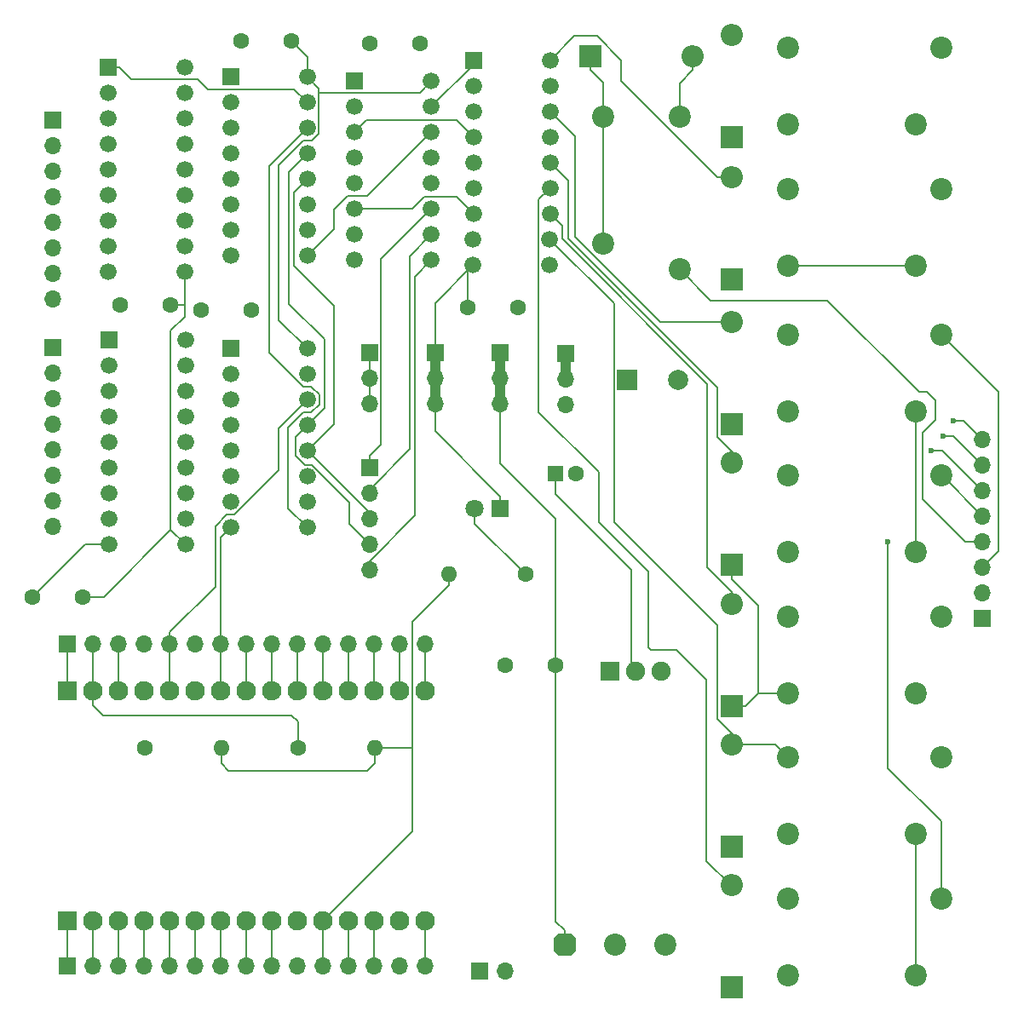
<source format=gbr>
%TF.GenerationSoftware,KiCad,Pcbnew,8.0.3*%
%TF.CreationDate,2024-07-07T19:39:02+08:00*%
%TF.ProjectId,V2.2 Mechanical Seven Segment Controller,56322e32-204d-4656-9368-616e6963616c,4*%
%TF.SameCoordinates,Original*%
%TF.FileFunction,Copper,L2,Bot*%
%TF.FilePolarity,Positive*%
%FSLAX46Y46*%
G04 Gerber Fmt 4.6, Leading zero omitted, Abs format (unit mm)*
G04 Created by KiCad (PCBNEW 8.0.3) date 2024-07-07 19:39:02*
%MOMM*%
%LPD*%
G01*
G04 APERTURE LIST*
G04 Aperture macros list*
%AMOutline5P*
0 Free polygon, 5 corners , with rotation*
0 The origin of the aperture is its center*
0 number of corners: always 5*
0 $1 to $10 corner X, Y*
0 $11 Rotation angle, in degrees counterclockwise*
0 create outline with 5 corners*
4,1,5,$1,$2,$3,$4,$5,$6,$7,$8,$9,$10,$1,$2,$11*%
%AMOutline6P*
0 Free polygon, 6 corners , with rotation*
0 The origin of the aperture is its center*
0 number of corners: always 6*
0 $1 to $12 corner X, Y*
0 $13 Rotation angle, in degrees counterclockwise*
0 create outline with 6 corners*
4,1,6,$1,$2,$3,$4,$5,$6,$7,$8,$9,$10,$11,$12,$1,$2,$13*%
%AMOutline7P*
0 Free polygon, 7 corners , with rotation*
0 The origin of the aperture is its center*
0 number of corners: always 7*
0 $1 to $14 corner X, Y*
0 $15 Rotation angle, in degrees counterclockwise*
0 create outline with 7 corners*
4,1,7,$1,$2,$3,$4,$5,$6,$7,$8,$9,$10,$11,$12,$13,$14,$1,$2,$15*%
%AMOutline8P*
0 Free polygon, 8 corners , with rotation*
0 The origin of the aperture is its center*
0 number of corners: always 8*
0 $1 to $16 corner X, Y*
0 $17 Rotation angle, in degrees counterclockwise*
0 create outline with 8 corners*
4,1,8,$1,$2,$3,$4,$5,$6,$7,$8,$9,$10,$11,$12,$13,$14,$15,$16,$1,$2,$17*%
G04 Aperture macros list end*
%TA.AperFunction,ComponentPad*%
%ADD10C,1.600000*%
%TD*%
%TA.AperFunction,ComponentPad*%
%ADD11O,1.600000X1.600000*%
%TD*%
%TA.AperFunction,ComponentPad*%
%ADD12R,1.676400X1.676400*%
%TD*%
%TA.AperFunction,ComponentPad*%
%ADD13C,1.676400*%
%TD*%
%TA.AperFunction,ComponentPad*%
%ADD14C,2.200000*%
%TD*%
%TA.AperFunction,ComponentPad*%
%ADD15Outline8P,-1.100000X0.660000X-0.660000X1.100000X0.660000X1.100000X1.100000X0.660000X1.100000X-0.660000X0.660000X-1.100000X-0.660000X-1.100000X-1.100000X-0.660000X0.000000*%
%TD*%
%TA.AperFunction,ComponentPad*%
%ADD16R,2.200000X2.200000*%
%TD*%
%TA.AperFunction,ComponentPad*%
%ADD17O,2.200000X2.200000*%
%TD*%
%TA.AperFunction,ComponentPad*%
%ADD18R,1.700000X1.700000*%
%TD*%
%TA.AperFunction,ComponentPad*%
%ADD19O,1.700000X1.700000*%
%TD*%
%TA.AperFunction,ComponentPad*%
%ADD20R,1.910000X1.910000*%
%TD*%
%TA.AperFunction,ComponentPad*%
%ADD21C,1.910000*%
%TD*%
%TA.AperFunction,ComponentPad*%
%ADD22R,1.930000X1.930000*%
%TD*%
%TA.AperFunction,ComponentPad*%
%ADD23C,1.930000*%
%TD*%
%TA.AperFunction,ComponentPad*%
%ADD24R,1.600000X1.600000*%
%TD*%
%TA.AperFunction,ComponentPad*%
%ADD25R,1.800000X1.800000*%
%TD*%
%TA.AperFunction,ComponentPad*%
%ADD26C,1.800000*%
%TD*%
%TA.AperFunction,ComponentPad*%
%ADD27R,2.000000X2.000000*%
%TD*%
%TA.AperFunction,ComponentPad*%
%ADD28C,2.000000*%
%TD*%
%TA.AperFunction,ViaPad*%
%ADD29C,0.600000*%
%TD*%
%TA.AperFunction,Conductor*%
%ADD30C,0.200000*%
%TD*%
%TA.AperFunction,Conductor*%
%ADD31C,1.000000*%
%TD*%
G04 APERTURE END LIST*
D10*
%TO.P,R3,1*%
%TO.N,Net-(A1B-D1)*%
X89880000Y-113250000D03*
D11*
%TO.P,R3,2*%
%TO.N,+3.3V*%
X97500000Y-113250000D03*
%TD*%
D12*
%TO.P,U6,1,QB*%
%TO.N,Net-(U5-I2)*%
X95500000Y-47000000D03*
D13*
%TO.P,U6,2,QC*%
%TO.N,Net-(U5-I3)*%
X95500000Y-49540000D03*
%TO.P,U6,3,QD*%
%TO.N,Net-(U5-I4)*%
X95500000Y-52080000D03*
%TO.P,U6,4,QE*%
%TO.N,Net-(U5-I5)*%
X95500000Y-54620000D03*
%TO.P,U6,5,QF*%
%TO.N,Net-(U5-I6)*%
X95500000Y-57160000D03*
%TO.P,U6,6,QG*%
%TO.N,Net-(U5-I7)*%
X95500000Y-59700000D03*
%TO.P,U6,7,QH*%
%TO.N,Net-(U5-I8)*%
X95500000Y-62240000D03*
%TO.P,U6,8,GND*%
%TO.N,GND*%
X95500000Y-64780000D03*
%TO.P,U6,9,QH'*%
%TO.N,Net-(J10-Pin_5)*%
X103120000Y-64780000D03*
%TO.P,U6,10,~{SRCLR}*%
%TO.N,Net-(A1B-D1)*%
X103120000Y-62240000D03*
%TO.P,U6,11,SRCLK*%
%TO.N,Net-(A1B-D0)*%
X103120000Y-59700000D03*
%TO.P,U6,12,RCLK*%
%TO.N,Net-(A1B-D2)*%
X103120000Y-57160000D03*
%TO.P,U6,13,~{OE}*%
%TO.N,Net-(A1B-D3)*%
X103120000Y-54620000D03*
%TO.P,U6,14,SER*%
%TO.N,Net-(U4-QH')*%
X103120000Y-52080000D03*
%TO.P,U6,15,QA*%
%TO.N,Net-(U5-I1)*%
X103120000Y-49540000D03*
%TO.P,U6,16,VCC*%
%TO.N,+3.3V*%
X103120000Y-47000000D03*
%TD*%
D10*
%TO.P,R2,1*%
%TO.N,Net-(A1B-D3)*%
X74690000Y-113250000D03*
D11*
%TO.P,R2,2*%
%TO.N,+3.3V*%
X82310000Y-113250000D03*
%TD*%
D14*
%TO.P,K4,1*%
%TO.N,E1*%
X153800000Y-86200000D03*
%TO.P,K4,2*%
%TO.N,VDC*%
X151260000Y-93820000D03*
%TO.P,K4,A1*%
%TO.N,Net-(D4-A)*%
X138600000Y-86200000D03*
%TO.P,K4,A2*%
%TO.N,VDC*%
X138600000Y-93820000D03*
%TD*%
D12*
%TO.P,U4,1,QB*%
%TO.N,Net-(U3-I2)*%
X83194400Y-46570600D03*
D13*
%TO.P,U4,2,QC*%
%TO.N,Net-(U3-I3)*%
X83194400Y-49110600D03*
%TO.P,U4,3,QD*%
%TO.N,Net-(U3-I4)*%
X83194400Y-51650600D03*
%TO.P,U4,4,QE*%
%TO.N,Net-(U3-I5)*%
X83194400Y-54190600D03*
%TO.P,U4,5,QF*%
%TO.N,Net-(U3-I6)*%
X83194400Y-56730600D03*
%TO.P,U4,6,QG*%
%TO.N,Net-(U3-I7)*%
X83194400Y-59270600D03*
%TO.P,U4,7,QH*%
%TO.N,Net-(U3-I8)*%
X83194400Y-61810600D03*
%TO.P,U4,8,GND*%
%TO.N,GND*%
X83194400Y-64350600D03*
%TO.P,U4,9,QH'*%
%TO.N,Net-(U4-QH')*%
X90814400Y-64350600D03*
%TO.P,U4,10,~{SRCLR}*%
%TO.N,Net-(A1B-D1)*%
X90814400Y-61810600D03*
%TO.P,U4,11,SRCLK*%
%TO.N,Net-(A1B-D0)*%
X90814400Y-59270600D03*
%TO.P,U4,12,RCLK*%
%TO.N,Net-(A1B-D2)*%
X90814400Y-56730600D03*
%TO.P,U4,13,~{OE}*%
%TO.N,Net-(A1B-D3)*%
X90814400Y-54190600D03*
%TO.P,U4,14,SER*%
%TO.N,Net-(U2-QH')*%
X90814400Y-51650600D03*
%TO.P,U4,15,QA*%
%TO.N,Net-(U3-I1)*%
X90814400Y-49110600D03*
%TO.P,U4,16,VCC*%
%TO.N,+3.3V*%
X90814400Y-46570600D03*
%TD*%
D10*
%TO.P,C6,1*%
%TO.N,GND*%
X72250000Y-69250000D03*
%TO.P,C6,2*%
%TO.N,VDC*%
X77250000Y-69250000D03*
%TD*%
D14*
%TO.P,J11,1,Pin_1*%
%TO.N,GND*%
X126400000Y-132800000D03*
%TO.P,J11,2,Pin_2*%
%TO.N,Net-(J11-Pin_2)*%
X121400000Y-132800000D03*
D15*
%TO.P,J11,3,Pin_3*%
%TO.N,+5V*%
X116400000Y-132800000D03*
%TD*%
D12*
%TO.P,U3,1,I1*%
%TO.N,Net-(U3-I1)*%
X71000000Y-45620000D03*
D13*
%TO.P,U3,2,I2*%
%TO.N,Net-(U3-I2)*%
X71000000Y-48160000D03*
%TO.P,U3,3,I3*%
%TO.N,Net-(U3-I3)*%
X71000000Y-50700000D03*
%TO.P,U3,4,I4*%
%TO.N,Net-(U3-I4)*%
X71000000Y-53240000D03*
%TO.P,U3,5,I5*%
%TO.N,Net-(U3-I5)*%
X71000000Y-55780000D03*
%TO.P,U3,6,I6*%
%TO.N,Net-(U3-I6)*%
X71000000Y-58320000D03*
%TO.P,U3,7,I7*%
%TO.N,Net-(U3-I7)*%
X71000000Y-60860000D03*
%TO.P,U3,8,I8*%
%TO.N,Net-(U3-I8)*%
X70991200Y-63401200D03*
%TO.P,U3,9,GND*%
%TO.N,GND*%
X70991200Y-65941200D03*
%TO.P,U3,10,COM*%
%TO.N,VDC*%
X78611200Y-65941200D03*
%TO.P,U3,11,O8*%
%TO.N,Net-(J7-Pin_8)*%
X78611200Y-63401200D03*
%TO.P,U3,12,O7*%
%TO.N,Net-(J7-Pin_7)*%
X78620000Y-60860000D03*
%TO.P,U3,13,O6*%
%TO.N,Net-(J7-Pin_6)*%
X78620000Y-58320000D03*
%TO.P,U3,14,O5*%
%TO.N,Net-(J7-Pin_5)*%
X78620000Y-55780000D03*
%TO.P,U3,15,O4*%
%TO.N,Net-(J7-Pin_4)*%
X78620000Y-53240000D03*
%TO.P,U3,16,O3*%
%TO.N,Net-(J7-Pin_3)*%
X78620000Y-50700000D03*
%TO.P,U3,17,O2*%
%TO.N,Net-(J7-Pin_2)*%
X78620000Y-48160000D03*
%TO.P,U3,18,O1*%
%TO.N,Net-(J7-Pin_1)*%
X78620000Y-45620000D03*
%TD*%
D16*
%TO.P,D3,1,K*%
%TO.N,VDC*%
X133000000Y-81080000D03*
D17*
%TO.P,D3,2,A*%
%TO.N,Net-(D3-A)*%
X133000000Y-70920000D03*
%TD*%
D18*
%TO.P,F1,1*%
%TO.N,VDC*%
X107925000Y-135400000D03*
D19*
%TO.P,F1,2*%
%TO.N,Net-(J11-Pin_2)*%
X110465000Y-135400000D03*
%TD*%
D14*
%TO.P,K2,1*%
%TO.N,A1*%
X153800000Y-57700000D03*
%TO.P,K2,2*%
%TO.N,VDC*%
X151260000Y-65320000D03*
%TO.P,K2,A1*%
%TO.N,Net-(D2-A)*%
X138600000Y-57700000D03*
%TO.P,K2,A2*%
%TO.N,VDC*%
X138600000Y-65320000D03*
%TD*%
D16*
%TO.P,D4,1,K*%
%TO.N,VDC*%
X133000000Y-95080000D03*
D17*
%TO.P,D4,2,A*%
%TO.N,Net-(D4-A)*%
X133000000Y-84920000D03*
%TD*%
D20*
%TO.P,U7,1,ADJ/GND*%
%TO.N,GND*%
X120900000Y-105605000D03*
D21*
%TO.P,U7,2,VOUT*%
%TO.N,+3.3V*%
X123450000Y-105605000D03*
%TO.P,U7,3,VIN*%
%TO.N,+5V*%
X126000000Y-105605000D03*
%TD*%
D22*
%TO.P,A1,J1_1,A0*%
%TO.N,Net-(A1A-A0)*%
X67000000Y-130430000D03*
D23*
%TO.P,A1,J1_2,RSV1*%
%TO.N,Net-(A1A-RSV1)*%
X69540000Y-130430000D03*
%TO.P,A1,J1_3,RSV2*%
%TO.N,Net-(A1A-RSV2)*%
X72080000Y-130430000D03*
%TO.P,A1,J1_4,SD3*%
%TO.N,Net-(A1A-SD3)*%
X74620000Y-130430000D03*
%TO.P,A1,J1_5,SD2*%
%TO.N,Net-(A1A-SD2)*%
X77160000Y-130430000D03*
%TO.P,A1,J1_6,SD1*%
%TO.N,Net-(A1A-SD1)*%
X79700000Y-130430000D03*
%TO.P,A1,J1_7,CMD*%
%TO.N,Net-(A1A-CMD)*%
X82240000Y-130430000D03*
%TO.P,A1,J1_8,SD0*%
%TO.N,Net-(A1A-SD0)*%
X84780000Y-130430000D03*
%TO.P,A1,J1_9,CLK*%
%TO.N,Net-(A1A-CLK)*%
X87320000Y-130430000D03*
%TO.P,A1,J1_10,GND*%
%TO.N,GND*%
X89860000Y-130430000D03*
%TO.P,A1,J1_11,3V3*%
%TO.N,+3.3V*%
X92400000Y-130430000D03*
%TO.P,A1,J1_12,EN*%
%TO.N,Net-(A1A-EN)*%
X94940000Y-130430000D03*
%TO.P,A1,J1_13,RST*%
%TO.N,Net-(A1A-RST)*%
X97480000Y-130430000D03*
%TO.P,A1,J1_14,GND*%
%TO.N,GND*%
X100020000Y-130430000D03*
%TO.P,A1,J1_15,VIN*%
%TO.N,Net-(A1A-VIN)*%
X102560000Y-130430000D03*
D22*
%TO.P,A1,J2_1,D0*%
%TO.N,Net-(A1B-D0)*%
X67000000Y-107570000D03*
D23*
%TO.P,A1,J2_2,D1*%
%TO.N,Net-(A1B-D1)*%
X69540000Y-107570000D03*
%TO.P,A1,J2_3,D2*%
%TO.N,Net-(A1B-D2)*%
X72080000Y-107570000D03*
%TO.P,A1,J2_4,D3*%
%TO.N,Net-(A1B-D3)*%
X74620000Y-107570000D03*
%TO.P,A1,J2_5,D4*%
%TO.N,Net-(A1B-D4)*%
X77160000Y-107570000D03*
%TO.P,A1,J2_6,3V3*%
%TO.N,Net-(J9-Pin_15)*%
X79700000Y-107570000D03*
%TO.P,A1,J2_7,GND*%
%TO.N,GND*%
X82240000Y-107570000D03*
%TO.P,A1,J2_8,D5*%
%TO.N,Net-(A1B-D5)*%
X84780000Y-107570000D03*
%TO.P,A1,J2_9,D6*%
%TO.N,Net-(A1B-D6)*%
X87320000Y-107570000D03*
%TO.P,A1,J2_10,D7*%
%TO.N,Net-(A1B-D7)*%
X89860000Y-107570000D03*
%TO.P,A1,J2_11,D8*%
%TO.N,Net-(A1B-D8)*%
X92400000Y-107570000D03*
%TO.P,A1,J2_12,D9*%
%TO.N,Net-(A1B-D9)*%
X94940000Y-107570000D03*
%TO.P,A1,J2_13,D10*%
%TO.N,Net-(A1B-D10)*%
X97480000Y-107570000D03*
%TO.P,A1,J2_14,GND*%
%TO.N,GND*%
X100020000Y-107570000D03*
%TO.P,A1,J2_15,3V3*%
%TO.N,Net-(J9-Pin_15)*%
X102560000Y-107570000D03*
%TD*%
D18*
%TO.P,J8,1,Pin_1*%
%TO.N,A1*%
X157900000Y-100360000D03*
D19*
%TO.P,J8,2,Pin_2*%
%TO.N,B1*%
X157900000Y-97820000D03*
%TO.P,J8,3,Pin_3*%
%TO.N,C1*%
X157900000Y-95280000D03*
%TO.P,J8,4,Pin_4*%
%TO.N,D1*%
X157900000Y-92740000D03*
%TO.P,J8,5,Pin_5*%
%TO.N,E1*%
X157900000Y-90200000D03*
%TO.P,J8,6,Pin_6*%
%TO.N,F1*%
X157900000Y-87660000D03*
%TO.P,J8,7,Pin_7*%
%TO.N,G1*%
X157900000Y-85120000D03*
%TO.P,J8,8,Pin_8*%
%TO.N,H1*%
X157900000Y-82580000D03*
%TD*%
D18*
%TO.P,J4,1,Pin_1*%
%TO.N,+3.3V*%
X97000000Y-74000000D03*
D19*
%TO.P,J4,2,Pin_2*%
X97000000Y-76540000D03*
%TO.P,J4,3,Pin_3*%
X97000000Y-79080000D03*
%TD*%
D24*
%TO.P,C3,1*%
%TO.N,+3.3V*%
X115500000Y-86000000D03*
D10*
%TO.P,C3,2*%
%TO.N,GND*%
X117500000Y-86000000D03*
%TD*%
D18*
%TO.P,J9,1,Pin_1*%
%TO.N,Net-(A1B-D0)*%
X67000000Y-102930000D03*
D19*
%TO.P,J9,2,Pin_2*%
%TO.N,Net-(A1B-D1)*%
X69540000Y-102930000D03*
%TO.P,J9,3,Pin_3*%
%TO.N,Net-(A1B-D2)*%
X72080000Y-102930000D03*
%TO.P,J9,4,Pin_4*%
%TO.N,Net-(A1B-D3)*%
X74620000Y-102930000D03*
%TO.P,J9,5,Pin_5*%
%TO.N,Net-(A1B-D4)*%
X77160000Y-102930000D03*
%TO.P,J9,6,Pin_6*%
%TO.N,Net-(J9-Pin_15)*%
X79700000Y-102930000D03*
%TO.P,J9,7,Pin_7*%
%TO.N,GND*%
X82240000Y-102930000D03*
%TO.P,J9,8,Pin_8*%
%TO.N,Net-(A1B-D5)*%
X84780000Y-102930000D03*
%TO.P,J9,9,Pin_9*%
%TO.N,Net-(A1B-D6)*%
X87320000Y-102930000D03*
%TO.P,J9,10,Pin_10*%
%TO.N,Net-(A1B-D7)*%
X89860000Y-102930000D03*
%TO.P,J9,11,Pin_11*%
%TO.N,Net-(A1B-D8)*%
X92400000Y-102930000D03*
%TO.P,J9,12,Pin_12*%
%TO.N,Net-(A1B-D9)*%
X94940000Y-102930000D03*
%TO.P,J9,13,Pin_13*%
%TO.N,Net-(A1B-D10)*%
X97480000Y-102930000D03*
%TO.P,J9,14,Pin_14*%
%TO.N,GND*%
X100020000Y-102930000D03*
%TO.P,J9,15,Pin_15*%
%TO.N,Net-(J9-Pin_15)*%
X102560000Y-102930000D03*
%TD*%
D12*
%TO.P,U1,1,I1*%
%TO.N,Net-(U1-I1)*%
X71100000Y-72720000D03*
D13*
%TO.P,U1,2,I2*%
%TO.N,Net-(U1-I2)*%
X71100000Y-75260000D03*
%TO.P,U1,3,I3*%
%TO.N,Net-(U1-I3)*%
X71100000Y-77800000D03*
%TO.P,U1,4,I4*%
%TO.N,Net-(U1-I4)*%
X71100000Y-80340000D03*
%TO.P,U1,5,I5*%
%TO.N,Net-(U1-I5)*%
X71100000Y-82880000D03*
%TO.P,U1,6,I6*%
%TO.N,Net-(U1-I6)*%
X71100000Y-85420000D03*
%TO.P,U1,7,I7*%
%TO.N,Net-(U1-I7)*%
X71100000Y-87960000D03*
%TO.P,U1,8,I8*%
%TO.N,Net-(U1-I8)*%
X71091200Y-90501200D03*
%TO.P,U1,9,GND*%
%TO.N,GND*%
X71091200Y-93041200D03*
%TO.P,U1,10,COM*%
%TO.N,VDC*%
X78711200Y-93041200D03*
%TO.P,U1,11,O8*%
%TO.N,Net-(J5-Pin_8)*%
X78711200Y-90501200D03*
%TO.P,U1,12,O7*%
%TO.N,Net-(J5-Pin_7)*%
X78720000Y-87960000D03*
%TO.P,U1,13,O6*%
%TO.N,Net-(J5-Pin_6)*%
X78720000Y-85420000D03*
%TO.P,U1,14,O5*%
%TO.N,Net-(J5-Pin_5)*%
X78720000Y-82880000D03*
%TO.P,U1,15,O4*%
%TO.N,Net-(J5-Pin_4)*%
X78720000Y-80340000D03*
%TO.P,U1,16,O3*%
%TO.N,Net-(J5-Pin_3)*%
X78720000Y-77800000D03*
%TO.P,U1,17,O2*%
%TO.N,Net-(J5-Pin_2)*%
X78720000Y-75260000D03*
%TO.P,U1,18,O1*%
%TO.N,Net-(J5-Pin_1)*%
X78720000Y-72720000D03*
%TD*%
D18*
%TO.P,J10,1,Pin_1*%
%TO.N,Net-(A1B-D0)*%
X97000000Y-85380000D03*
D19*
%TO.P,J10,2,Pin_2*%
%TO.N,Net-(A1B-D1)*%
X97000000Y-87920000D03*
%TO.P,J10,3,Pin_3*%
%TO.N,Net-(A1B-D2)*%
X97000000Y-90460000D03*
%TO.P,J10,4,Pin_4*%
%TO.N,Net-(A1B-D3)*%
X97000000Y-93000000D03*
%TO.P,J10,5,Pin_5*%
%TO.N,Net-(J10-Pin_5)*%
X97000000Y-95540000D03*
%TD*%
D16*
%TO.P,D1,1,K*%
%TO.N,VDC*%
X133000000Y-52580000D03*
D17*
%TO.P,D1,2,A*%
%TO.N,Net-(D1-A)*%
X133000000Y-42420000D03*
%TD*%
D10*
%TO.P,C7,1*%
%TO.N,GND*%
X106750000Y-69500000D03*
%TO.P,C7,2*%
%TO.N,VDC*%
X111750000Y-69500000D03*
%TD*%
D16*
%TO.P,D2,1,K*%
%TO.N,VDC*%
X133000000Y-66660000D03*
D17*
%TO.P,D2,2,A*%
%TO.N,Net-(D2-A)*%
X133000000Y-56500000D03*
%TD*%
D10*
%TO.P,C8,1*%
%TO.N,GND*%
X84250000Y-43000000D03*
%TO.P,C8,2*%
%TO.N,+3.3V*%
X89250000Y-43000000D03*
%TD*%
%TO.P,C9,1*%
%TO.N,GND*%
X97000000Y-43250000D03*
%TO.P,C9,2*%
%TO.N,+3.3V*%
X102000000Y-43250000D03*
%TD*%
D14*
%TO.P,K8,1*%
%TO.N,D1*%
X127800000Y-65700000D03*
%TO.P,K8,2*%
%TO.N,VDC*%
X120180000Y-63160000D03*
%TO.P,K8,A1*%
%TO.N,Net-(D8-A)*%
X127800000Y-50500000D03*
%TO.P,K8,A2*%
%TO.N,VDC*%
X120180000Y-50500000D03*
%TD*%
D10*
%TO.P,R1,1*%
%TO.N,Net-(D9-A)*%
X112500000Y-96000000D03*
D11*
%TO.P,R1,2*%
%TO.N,+3.3V*%
X104880000Y-96000000D03*
%TD*%
D14*
%TO.P,K5,1*%
%TO.N,G1*%
X153800000Y-100200000D03*
%TO.P,K5,2*%
%TO.N,VDC*%
X151260000Y-107820000D03*
%TO.P,K5,A1*%
%TO.N,Net-(D5-A)*%
X138600000Y-100200000D03*
%TO.P,K5,A2*%
%TO.N,VDC*%
X138600000Y-107820000D03*
%TD*%
D18*
%TO.P,J7,1,Pin_1*%
%TO.N,Net-(J7-Pin_1)*%
X65500000Y-50840000D03*
D19*
%TO.P,J7,2,Pin_2*%
%TO.N,Net-(J7-Pin_2)*%
X65500000Y-53380000D03*
%TO.P,J7,3,Pin_3*%
%TO.N,Net-(J7-Pin_3)*%
X65500000Y-55920000D03*
%TO.P,J7,4,Pin_4*%
%TO.N,Net-(J7-Pin_4)*%
X65500000Y-58460000D03*
%TO.P,J7,5,Pin_5*%
%TO.N,Net-(J7-Pin_5)*%
X65500000Y-61000000D03*
%TO.P,J7,6,Pin_6*%
%TO.N,Net-(J7-Pin_6)*%
X65500000Y-63540000D03*
%TO.P,J7,7,Pin_7*%
%TO.N,Net-(J7-Pin_7)*%
X65500000Y-66080000D03*
%TO.P,J7,8,Pin_8*%
%TO.N,Net-(J7-Pin_8)*%
X65500000Y-68620000D03*
%TD*%
D18*
%TO.P,J1,1,Pin_1*%
%TO.N,GND*%
X103500000Y-74000000D03*
D19*
%TO.P,J1,2,Pin_2*%
X103500000Y-76540000D03*
%TO.P,J1,3,Pin_3*%
X103500000Y-79080000D03*
%TD*%
D10*
%TO.P,C5,1*%
%TO.N,GND*%
X63500000Y-98250000D03*
%TO.P,C5,2*%
%TO.N,VDC*%
X68500000Y-98250000D03*
%TD*%
%TO.P,C4,1*%
%TO.N,+5V*%
X115500000Y-105000000D03*
%TO.P,C4,2*%
%TO.N,GND*%
X110500000Y-105000000D03*
%TD*%
D18*
%TO.P,J5,1,Pin_1*%
%TO.N,Net-(J5-Pin_1)*%
X65504400Y-73460600D03*
D19*
%TO.P,J5,2,Pin_2*%
%TO.N,Net-(J5-Pin_2)*%
X65504400Y-76000600D03*
%TO.P,J5,3,Pin_3*%
%TO.N,Net-(J5-Pin_3)*%
X65504400Y-78540600D03*
%TO.P,J5,4,Pin_4*%
%TO.N,Net-(J5-Pin_4)*%
X65504400Y-81080600D03*
%TO.P,J5,5,Pin_5*%
%TO.N,Net-(J5-Pin_5)*%
X65504400Y-83620600D03*
%TO.P,J5,6,Pin_6*%
%TO.N,Net-(J5-Pin_6)*%
X65504400Y-86160600D03*
%TO.P,J5,7,Pin_7*%
%TO.N,Net-(J5-Pin_7)*%
X65504400Y-88700600D03*
%TO.P,J5,8,Pin_8*%
%TO.N,Net-(J5-Pin_8)*%
X65504400Y-91240600D03*
%TD*%
D18*
%TO.P,J6,1,Pin_1*%
%TO.N,Net-(A1A-A0)*%
X66990000Y-134930000D03*
D19*
%TO.P,J6,2,Pin_2*%
%TO.N,Net-(A1A-RSV1)*%
X69530000Y-134930000D03*
%TO.P,J6,3,Pin_3*%
%TO.N,Net-(A1A-RSV2)*%
X72070000Y-134930000D03*
%TO.P,J6,4,Pin_4*%
%TO.N,Net-(A1A-SD3)*%
X74610000Y-134930000D03*
%TO.P,J6,5,Pin_5*%
%TO.N,Net-(A1A-SD2)*%
X77150000Y-134930000D03*
%TO.P,J6,6,Pin_6*%
%TO.N,Net-(A1A-SD1)*%
X79690000Y-134930000D03*
%TO.P,J6,7,Pin_7*%
%TO.N,Net-(A1A-CMD)*%
X82230000Y-134930000D03*
%TO.P,J6,8,Pin_8*%
%TO.N,Net-(A1A-SD0)*%
X84770000Y-134930000D03*
%TO.P,J6,9,Pin_9*%
%TO.N,Net-(A1A-CLK)*%
X87310000Y-134930000D03*
%TO.P,J6,10,Pin_10*%
%TO.N,GND*%
X89850000Y-134930000D03*
%TO.P,J6,11,Pin_11*%
%TO.N,+3.3V*%
X92390000Y-134930000D03*
%TO.P,J6,12,Pin_12*%
%TO.N,Net-(A1A-EN)*%
X94930000Y-134930000D03*
%TO.P,J6,13,Pin_13*%
%TO.N,Net-(A1A-RST)*%
X97470000Y-134930000D03*
%TO.P,J6,14,Pin_14*%
%TO.N,GND*%
X100010000Y-134930000D03*
%TO.P,J6,15,Pin_15*%
%TO.N,Net-(A1A-VIN)*%
X102550000Y-134930000D03*
%TD*%
D16*
%TO.P,D7,1,K*%
%TO.N,VDC*%
X133000000Y-137080000D03*
D17*
%TO.P,D7,2,A*%
%TO.N,Net-(D7-A)*%
X133000000Y-126920000D03*
%TD*%
D16*
%TO.P,D5,1,K*%
%TO.N,VDC*%
X133000000Y-109080000D03*
D17*
%TO.P,D5,2,A*%
%TO.N,Net-(D5-A)*%
X133000000Y-98920000D03*
%TD*%
D16*
%TO.P,D6,1,K*%
%TO.N,VDC*%
X133000000Y-123080000D03*
D17*
%TO.P,D6,2,A*%
%TO.N,Net-(D6-A)*%
X133000000Y-112920000D03*
%TD*%
D18*
%TO.P,J2,1,Pin_1*%
%TO.N,VDC*%
X116500000Y-74040000D03*
D19*
%TO.P,J2,2,Pin_2*%
X116500000Y-76580000D03*
%TO.P,J2,3,Pin_3*%
X116500000Y-79120000D03*
%TD*%
D10*
%TO.P,C2,1*%
%TO.N,GND*%
X80250000Y-69750000D03*
%TO.P,C2,2*%
%TO.N,+3.3V*%
X85250000Y-69750000D03*
%TD*%
D25*
%TO.P,D9,1,K*%
%TO.N,GND*%
X110000000Y-89500000D03*
D26*
%TO.P,D9,2,A*%
%TO.N,Net-(D9-A)*%
X107460000Y-89500000D03*
%TD*%
D16*
%TO.P,D8,1,K*%
%TO.N,VDC*%
X118920000Y-44500000D03*
D17*
%TO.P,D8,2,A*%
%TO.N,Net-(D8-A)*%
X129080000Y-44500000D03*
%TD*%
D14*
%TO.P,K1,1*%
%TO.N,B1*%
X153800000Y-43700000D03*
%TO.P,K1,2*%
%TO.N,VDC*%
X151260000Y-51320000D03*
%TO.P,K1,A1*%
%TO.N,Net-(D1-A)*%
X138600000Y-43700000D03*
%TO.P,K1,A2*%
%TO.N,VDC*%
X138600000Y-51320000D03*
%TD*%
%TO.P,K3,1*%
%TO.N,C1*%
X153800000Y-72200000D03*
%TO.P,K3,2*%
%TO.N,VDC*%
X151260000Y-79820000D03*
%TO.P,K3,A1*%
%TO.N,Net-(D3-A)*%
X138600000Y-72200000D03*
%TO.P,K3,A2*%
%TO.N,VDC*%
X138600000Y-79820000D03*
%TD*%
D27*
%TO.P,C1,1*%
%TO.N,VDC*%
X122632300Y-76700000D03*
D28*
%TO.P,C1,2*%
%TO.N,GND*%
X127632300Y-76700000D03*
%TD*%
D18*
%TO.P,J3,1,Pin_1*%
%TO.N,+5V*%
X110000000Y-74000000D03*
D19*
%TO.P,J3,2,Pin_2*%
X110000000Y-76540000D03*
%TO.P,J3,3,Pin_3*%
X110000000Y-79080000D03*
%TD*%
D12*
%TO.P,U5,1,I1*%
%TO.N,Net-(U5-I1)*%
X107314400Y-44920000D03*
D13*
%TO.P,U5,2,I2*%
%TO.N,Net-(U5-I2)*%
X107314400Y-47460000D03*
%TO.P,U5,3,I3*%
%TO.N,Net-(U5-I3)*%
X107314400Y-50000000D03*
%TO.P,U5,4,I4*%
%TO.N,Net-(U5-I4)*%
X107314400Y-52540000D03*
%TO.P,U5,5,I5*%
%TO.N,Net-(U5-I5)*%
X107314400Y-55080000D03*
%TO.P,U5,6,I6*%
%TO.N,Net-(U5-I6)*%
X107314400Y-57620000D03*
%TO.P,U5,7,I7*%
%TO.N,Net-(U5-I7)*%
X107314400Y-60160000D03*
%TO.P,U5,8,I8*%
%TO.N,Net-(U5-I8)*%
X107305600Y-62701200D03*
%TO.P,U5,9,GND*%
%TO.N,GND*%
X107305600Y-65241200D03*
%TO.P,U5,10,COM*%
%TO.N,VDC*%
X114925600Y-65241200D03*
%TO.P,U5,11,O8*%
%TO.N,Net-(D6-A)*%
X114925600Y-62701200D03*
%TO.P,U5,12,O7*%
%TO.N,Net-(D5-A)*%
X114934400Y-60160000D03*
%TO.P,U5,13,O6*%
%TO.N,Net-(D7-A)*%
X114934400Y-57620000D03*
%TO.P,U5,14,O5*%
%TO.N,Net-(D4-A)*%
X114934400Y-55080000D03*
%TO.P,U5,15,O4*%
%TO.N,Net-(D8-A)*%
X114934400Y-52540000D03*
%TO.P,U5,16,O3*%
%TO.N,Net-(D3-A)*%
X114934400Y-50000000D03*
%TO.P,U5,17,O2*%
%TO.N,Net-(D1-A)*%
X114934400Y-47460000D03*
%TO.P,U5,18,O1*%
%TO.N,Net-(D2-A)*%
X114934400Y-44920000D03*
%TD*%
D12*
%TO.P,U2,1,QB*%
%TO.N,Net-(U1-I2)*%
X83194400Y-73570600D03*
D13*
%TO.P,U2,2,QC*%
%TO.N,Net-(U1-I3)*%
X83194400Y-76110600D03*
%TO.P,U2,3,QD*%
%TO.N,Net-(U1-I4)*%
X83194400Y-78650600D03*
%TO.P,U2,4,QE*%
%TO.N,Net-(U1-I5)*%
X83194400Y-81190600D03*
%TO.P,U2,5,QF*%
%TO.N,Net-(U1-I6)*%
X83194400Y-83730600D03*
%TO.P,U2,6,QG*%
%TO.N,Net-(U1-I7)*%
X83194400Y-86270600D03*
%TO.P,U2,7,QH*%
%TO.N,Net-(U1-I8)*%
X83194400Y-88810600D03*
%TO.P,U2,8,GND*%
%TO.N,GND*%
X83194400Y-91350600D03*
%TO.P,U2,9,QH'*%
%TO.N,Net-(U2-QH')*%
X90814400Y-91350600D03*
%TO.P,U2,10,~{SRCLR}*%
%TO.N,Net-(A1B-D1)*%
X90814400Y-88810600D03*
%TO.P,U2,11,SRCLK*%
%TO.N,Net-(A1B-D0)*%
X90814400Y-86270600D03*
%TO.P,U2,12,RCLK*%
%TO.N,Net-(A1B-D2)*%
X90814400Y-83730600D03*
%TO.P,U2,13,~{OE}*%
%TO.N,Net-(A1B-D3)*%
X90814400Y-81190600D03*
%TO.P,U2,14,SER*%
%TO.N,Net-(A1B-D4)*%
X90814400Y-78650600D03*
%TO.P,U2,15,QA*%
%TO.N,Net-(U1-I1)*%
X90814400Y-76110600D03*
%TO.P,U2,16,VCC*%
%TO.N,+3.3V*%
X90814400Y-73570600D03*
%TD*%
D14*
%TO.P,K6,1*%
%TO.N,H1*%
X153800000Y-114200000D03*
%TO.P,K6,2*%
%TO.N,VDC*%
X151260000Y-121820000D03*
%TO.P,K6,A1*%
%TO.N,Net-(D6-A)*%
X138600000Y-114200000D03*
%TO.P,K6,A2*%
%TO.N,VDC*%
X138600000Y-121820000D03*
%TD*%
%TO.P,K7,1*%
%TO.N,F1*%
X153800000Y-128200000D03*
%TO.P,K7,2*%
%TO.N,VDC*%
X151260000Y-135820000D03*
%TO.P,K7,A1*%
%TO.N,Net-(D7-A)*%
X138600000Y-128200000D03*
%TO.P,K7,A2*%
%TO.N,VDC*%
X138600000Y-135820000D03*
%TD*%
D29*
%TO.N,F1*%
X152800000Y-83700000D03*
X148500000Y-92750000D03*
%TO.N,G1*%
X154000000Y-82250000D03*
%TO.N,H1*%
X155000000Y-80750000D03*
%TD*%
D30*
%TO.N,Net-(A1B-D7)*%
X89860000Y-107570000D02*
X89860000Y-102930000D01*
%TO.N,Net-(A1B-D6)*%
X87320000Y-107570000D02*
X87320000Y-102930000D01*
%TO.N,Net-(A1B-D3)*%
X90814400Y-81190600D02*
X92500000Y-79505000D01*
X95000000Y-91000000D02*
X95000000Y-88844100D01*
X92500000Y-79505000D02*
X92500000Y-72617200D01*
X89665100Y-82339900D02*
X90814400Y-81190600D01*
X91265400Y-85109500D02*
X90564500Y-85109500D01*
X95000000Y-88844100D02*
X91265400Y-85109500D01*
X89000000Y-69117200D02*
X89000000Y-56005000D01*
X92500000Y-72617200D02*
X89000000Y-69117200D01*
X89665100Y-84210100D02*
X89665100Y-82339900D01*
X90564500Y-85109500D02*
X89665100Y-84210100D01*
X97000000Y-93000000D02*
X95000000Y-91000000D01*
X89000000Y-56005000D02*
X90814400Y-54190600D01*
D31*
%TO.N,GND*%
X103500000Y-76540000D02*
X103500000Y-79080000D01*
D30*
X103500000Y-79080000D02*
X103500000Y-81798300D01*
X71091200Y-93041200D02*
X68708800Y-93041200D01*
X110000000Y-89500000D02*
X110000000Y-88298300D01*
X106750000Y-69500000D02*
X106750000Y-65796800D01*
X103500000Y-74000000D02*
X103500000Y-69046800D01*
X100020000Y-107570000D02*
X100020000Y-102930000D01*
X82240000Y-92305000D02*
X83194400Y-91350600D01*
D31*
X103500000Y-76540000D02*
X103500000Y-74000000D01*
D30*
X82240000Y-107570000D02*
X82240000Y-102930000D01*
X103500000Y-81798300D02*
X110000000Y-88298300D01*
X103500000Y-69046800D02*
X107305600Y-65241200D01*
X82240000Y-102930000D02*
X82240000Y-92305000D01*
X106750000Y-65796800D02*
X107305600Y-65241200D01*
X68708800Y-93041200D02*
X63500000Y-98250000D01*
%TO.N,Net-(A1B-D8)*%
X92400000Y-107570000D02*
X92400000Y-102930000D01*
%TO.N,Net-(A1A-SD1)*%
X79690000Y-130440000D02*
X79690000Y-134930000D01*
%TO.N,Net-(A1B-D1)*%
X69540000Y-109040000D02*
X69540000Y-107570000D01*
X100994800Y-83565300D02*
X97000000Y-87560100D01*
X100994800Y-64365200D02*
X100994800Y-83565300D01*
X69540000Y-107570000D02*
X69540000Y-102930000D01*
X70500000Y-110000000D02*
X69540000Y-109040000D01*
X103120000Y-62240000D02*
X100994800Y-64365200D01*
X89880000Y-110630000D02*
X89250000Y-110000000D01*
X89250000Y-110000000D02*
X70500000Y-110000000D01*
X89880000Y-113250000D02*
X89880000Y-110630000D01*
%TO.N,Net-(A1B-D10)*%
X97480000Y-107570000D02*
X97480000Y-102930000D01*
%TO.N,Net-(J9-Pin_15)*%
X102560000Y-107570000D02*
X102560000Y-102930000D01*
%TO.N,Net-(A1A-RST)*%
X97470000Y-130440000D02*
X97470000Y-134930000D01*
%TO.N,Net-(A1B-D5)*%
X84780000Y-107570000D02*
X84780000Y-102930000D01*
%TO.N,Net-(A1A-VIN)*%
X102560000Y-133768300D02*
X102550000Y-133778300D01*
X102560000Y-130430000D02*
X102560000Y-133768300D01*
X102550000Y-134930000D02*
X102550000Y-133778300D01*
%TO.N,Net-(A1A-SD0)*%
X84770000Y-130440000D02*
X84770000Y-134930000D01*
%TO.N,Net-(A1A-RSV1)*%
X69540000Y-130430000D02*
X69540000Y-133768300D01*
X69540000Y-133768300D02*
X69530000Y-133778300D01*
X69530000Y-134930000D02*
X69530000Y-133778300D01*
%TO.N,Net-(A1A-SD2)*%
X77150000Y-130440000D02*
X77150000Y-134930000D01*
%TO.N,Net-(A1A-A0)*%
X67000000Y-133768300D02*
X66990000Y-133778300D01*
X66990000Y-134930000D02*
X66990000Y-133778300D01*
X67000000Y-130430000D02*
X67000000Y-133768300D01*
%TO.N,Net-(A1B-D9)*%
X94940000Y-107570000D02*
X94940000Y-102930000D01*
%TO.N,Net-(A1A-CLK)*%
X87310000Y-130440000D02*
X87310000Y-134930000D01*
%TO.N,Net-(A1A-SD3)*%
X74610000Y-130440000D02*
X74610000Y-134930000D01*
%TO.N,Net-(A1A-EN)*%
X94930000Y-130440000D02*
X94930000Y-134930000D01*
%TO.N,+3.3V*%
X97500000Y-114750000D02*
X97500000Y-113250000D01*
X104880000Y-96000000D02*
X104880000Y-97101700D01*
X91969800Y-52182000D02*
X91231200Y-52920600D01*
X101290000Y-100691700D02*
X104880000Y-97101700D01*
X97500000Y-113250000D02*
X101290000Y-113250000D01*
X83000000Y-115500000D02*
X96750000Y-115500000D01*
X82310000Y-113250000D02*
X82310000Y-114810000D01*
X91231200Y-52920600D02*
X90454500Y-52920600D01*
X101290000Y-121540000D02*
X101290000Y-100691700D01*
X89250000Y-43000000D02*
X90814400Y-44564400D01*
X92390000Y-134930000D02*
X92390000Y-130440000D01*
X96750000Y-115500000D02*
X97500000Y-114750000D01*
X97000000Y-76540000D02*
X97000000Y-79080000D01*
X115500000Y-88000000D02*
X123048400Y-95548400D01*
X88000000Y-70756200D02*
X90814400Y-73570600D01*
X91969800Y-48142500D02*
X91969800Y-47726000D01*
X91969800Y-47726000D02*
X90814400Y-46570600D01*
X88000000Y-55375100D02*
X88000000Y-70756200D01*
X97000000Y-74000000D02*
X97000000Y-76540000D01*
X90814400Y-44564400D02*
X90814400Y-46570600D01*
X123048400Y-95548400D02*
X123048400Y-105203400D01*
X90454500Y-52920600D02*
X88000000Y-55375100D01*
X82310000Y-114810000D02*
X83000000Y-115500000D01*
X91969800Y-48142500D02*
X91969800Y-52182000D01*
X91969800Y-48142500D02*
X101977500Y-48142500D01*
X115500000Y-86000000D02*
X115500000Y-88000000D01*
X101977500Y-48142500D02*
X103120000Y-47000000D01*
X92400000Y-130430000D02*
X101290000Y-121540000D01*
%TO.N,Net-(A1A-RSV2)*%
X72070000Y-130440000D02*
X72070000Y-134930000D01*
%TO.N,Net-(A1A-CMD)*%
X82230000Y-130440000D02*
X82230000Y-134930000D01*
%TO.N,Net-(A1B-D0)*%
X98151700Y-83076600D02*
X97000000Y-84228300D01*
X98151700Y-64668300D02*
X98151700Y-83076600D01*
X97000000Y-85380000D02*
X97000000Y-84228300D01*
X67000000Y-107570000D02*
X67000000Y-102930000D01*
X103120000Y-59700000D02*
X98151700Y-64668300D01*
%TO.N,Net-(A1B-D2)*%
X90814400Y-83730600D02*
X93500000Y-81045000D01*
X72080000Y-107570000D02*
X72080000Y-102930000D01*
X93500000Y-81045000D02*
X93500000Y-69311000D01*
X89500000Y-65311000D02*
X89500000Y-58045000D01*
X97000000Y-89916200D02*
X90814400Y-83730600D01*
X93500000Y-69311000D02*
X89500000Y-65311000D01*
X89500000Y-58045000D02*
X90814400Y-56730600D01*
%TO.N,Net-(A1B-D4)*%
X82814300Y-90080600D02*
X81671800Y-91223100D01*
X81671800Y-97266500D02*
X77160000Y-101778300D01*
X81671800Y-91223100D02*
X81671800Y-97266500D01*
X88000000Y-85654100D02*
X83573500Y-90080600D01*
X77160000Y-101778300D02*
X77160000Y-102930000D01*
X90814400Y-78650600D02*
X88000000Y-81465000D01*
X77160000Y-107570000D02*
X77160000Y-102930000D01*
X88000000Y-81465000D02*
X88000000Y-85654100D01*
X83573500Y-90080600D02*
X82814300Y-90080600D01*
%TO.N,VDC*%
X68500000Y-98250000D02*
X70580000Y-98250000D01*
X138600000Y-107820000D02*
X135661700Y-107820000D01*
X77250000Y-91580000D02*
X78711200Y-93041200D01*
X120180000Y-50500000D02*
X120180000Y-63160000D01*
X120180000Y-47161700D02*
X120180000Y-50500000D01*
D31*
X116500000Y-76580000D02*
X116500000Y-74040000D01*
D30*
X133000000Y-95080000D02*
X133000000Y-96481700D01*
X135661700Y-107820000D02*
X134401700Y-109080000D01*
X133000000Y-109080000D02*
X134401700Y-109080000D01*
X78611200Y-69250000D02*
X78611200Y-70388800D01*
X77500000Y-69250000D02*
X78611200Y-69250000D01*
X151260000Y-79820000D02*
X151260000Y-93820000D01*
X78611200Y-70388800D02*
X77250000Y-71750000D01*
X118920000Y-44500000D02*
X118920000Y-45901700D01*
X138600000Y-65320000D02*
X151260000Y-65320000D01*
X78611200Y-65941200D02*
X78611200Y-69250000D01*
X135661700Y-107820000D02*
X135661700Y-99143400D01*
X135661700Y-99143400D02*
X133000000Y-96481700D01*
X151260000Y-135820000D02*
X151260000Y-121820000D01*
X70580000Y-98250000D02*
X77250000Y-91580000D01*
X77250000Y-71750000D02*
X77250000Y-91580000D01*
X118920000Y-45901700D02*
X120180000Y-47161700D01*
%TO.N,+5V*%
X116400000Y-132800000D02*
X116400000Y-131398300D01*
X115500000Y-90500000D02*
X110000000Y-85000000D01*
X115500000Y-130498300D02*
X115500000Y-105000000D01*
D31*
X110000000Y-76540000D02*
X110000000Y-79080000D01*
D30*
X116400000Y-131398300D02*
X115500000Y-130498300D01*
X115500000Y-105000000D02*
X115500000Y-90500000D01*
X110000000Y-85000000D02*
X110000000Y-79080000D01*
D31*
X110000000Y-74000000D02*
X110000000Y-76540000D01*
D30*
%TO.N,Net-(D2-A)*%
X117354400Y-42500000D02*
X114934400Y-44920000D01*
X133000000Y-56500000D02*
X131598300Y-56500000D01*
X131598300Y-56500000D02*
X122035100Y-46936800D01*
X122035100Y-46936800D02*
X122035100Y-44922500D01*
X122035100Y-44922500D02*
X119612600Y-42500000D01*
X119612600Y-42500000D02*
X117354400Y-42500000D01*
%TO.N,Net-(D3-A)*%
X117430500Y-62478800D02*
X117430500Y-52496100D01*
X117430500Y-52496100D02*
X114934400Y-50000000D01*
X133000000Y-70920000D02*
X125871700Y-70920000D01*
X125871700Y-70920000D02*
X117430500Y-62478800D01*
%TO.N,Net-(D4-A)*%
X116737700Y-56883300D02*
X116737700Y-62618500D01*
X116737700Y-62618500D02*
X131598300Y-77479100D01*
X131598300Y-82379500D02*
X133000000Y-83781200D01*
X133000000Y-83781200D02*
X133000000Y-84920000D01*
X114934400Y-55080000D02*
X116737700Y-56883300D01*
X131598300Y-77479100D02*
X131598300Y-82379500D01*
%TO.N,Net-(D5-A)*%
X130579100Y-77106700D02*
X116136100Y-62663700D01*
X133000000Y-98920000D02*
X133000000Y-97736100D01*
X116136100Y-62663700D02*
X116136100Y-61361700D01*
X116136100Y-61361700D02*
X114934400Y-60160000D01*
X133000000Y-97736100D02*
X130579100Y-95315200D01*
X130579100Y-95315200D02*
X130579100Y-77106700D01*
%TO.N,Net-(D6-A)*%
X133000000Y-111781200D02*
X131598300Y-110379500D01*
X137320000Y-112920000D02*
X138600000Y-114200000D01*
X121308400Y-90808400D02*
X121308400Y-69084000D01*
X121308400Y-69084000D02*
X114925600Y-62701200D01*
X133000000Y-112920000D02*
X137320000Y-112920000D01*
X131598300Y-110379500D02*
X131598300Y-101098300D01*
X133000000Y-112920000D02*
X133000000Y-111781200D01*
X131598300Y-101098300D02*
X121308400Y-90808400D01*
%TO.N,Net-(D7-A)*%
X125000000Y-103500000D02*
X124725000Y-103225000D01*
X113784600Y-79877200D02*
X113784600Y-58769800D01*
X127500000Y-103500000D02*
X125000000Y-103500000D01*
X113784600Y-58769800D02*
X114934400Y-57620000D01*
X119761200Y-90796900D02*
X119761200Y-85853800D01*
X132920000Y-126920000D02*
X130500000Y-124500000D01*
X130500000Y-106500000D02*
X127500000Y-103500000D01*
X124725000Y-95760700D02*
X119761200Y-90796900D01*
X119761200Y-85853800D02*
X113784600Y-79877200D01*
X124725000Y-103225000D02*
X124725000Y-95760700D01*
X130500000Y-124500000D02*
X130500000Y-106500000D01*
%TO.N,Net-(D8-A)*%
X129080000Y-45901700D02*
X127800000Y-47181700D01*
X127800000Y-47181700D02*
X127800000Y-50500000D01*
X129080000Y-44500000D02*
X129080000Y-45901700D01*
%TO.N,Net-(D9-A)*%
X107460000Y-90960000D02*
X112500000Y-96000000D01*
X107460000Y-89500000D02*
X107460000Y-90960000D01*
%TO.N,C1*%
X157900000Y-95280000D02*
X159500000Y-93680000D01*
X159500000Y-93680000D02*
X159500000Y-77900000D01*
X159500000Y-77900000D02*
X153800000Y-72200000D01*
%TO.N,D1*%
X130900000Y-68800000D02*
X127800000Y-65700000D01*
X157900000Y-92740000D02*
X156240000Y-92740000D01*
X156240000Y-92740000D02*
X152000000Y-88500000D01*
X152000000Y-88500000D02*
X152000000Y-81900000D01*
X153200000Y-80700000D02*
X153200000Y-78700000D01*
X142500101Y-68800000D02*
X130900000Y-68800000D01*
X151600101Y-77900000D02*
X142500101Y-68800000D01*
X152400000Y-77900000D02*
X151600101Y-77900000D01*
X153200000Y-78700000D02*
X152400000Y-77900000D01*
X152000000Y-81900000D02*
X153200000Y-80700000D01*
%TO.N,F1*%
X148500000Y-92750000D02*
X148500000Y-115250000D01*
X148500000Y-115250000D02*
X153800000Y-120550000D01*
X153940000Y-83700000D02*
X157900000Y-87660000D01*
X152800000Y-83700000D02*
X153940000Y-83700000D01*
X153800000Y-120550000D02*
X153800000Y-128200000D01*
%TO.N,G1*%
X154000000Y-82250000D02*
X155030000Y-82250000D01*
X155030000Y-82250000D02*
X157900000Y-85120000D01*
%TO.N,E1*%
X157900000Y-90200000D02*
X153900000Y-86200000D01*
%TO.N,H1*%
X156070000Y-80750000D02*
X155000000Y-80750000D01*
X157900000Y-82580000D02*
X156070000Y-80750000D01*
%TO.N,Net-(J10-Pin_5)*%
X97000000Y-95540000D02*
X97000000Y-94676200D01*
X97000000Y-94676200D02*
X101500000Y-90176200D01*
X101500000Y-90176200D02*
X101500000Y-66400000D01*
X101500000Y-66400000D02*
X103120000Y-64780000D01*
%TO.N,Net-(U2-QH')*%
X88900000Y-81423200D02*
X88900000Y-89436200D01*
X90394000Y-79929200D02*
X88900000Y-81423200D01*
X87000000Y-73944600D02*
X90436000Y-77380600D01*
X90436000Y-77380600D02*
X91213500Y-77380600D01*
X87000000Y-55465000D02*
X87000000Y-73944600D01*
X91156500Y-79929200D02*
X90394000Y-79929200D01*
X91989300Y-79096400D02*
X91156500Y-79929200D01*
X91989300Y-78156400D02*
X91989300Y-79096400D01*
X88900000Y-89436200D02*
X90814400Y-91350600D01*
X91213500Y-77380600D02*
X91989300Y-78156400D01*
X90814400Y-51650600D02*
X87000000Y-55465000D01*
%TO.N,Net-(U3-I1)*%
X72139900Y-45620000D02*
X73279800Y-46759900D01*
X89478500Y-47774700D02*
X90814400Y-49110600D01*
X79925200Y-46759900D02*
X80940000Y-47774700D01*
X71000000Y-45620000D02*
X72139900Y-45620000D01*
X80940000Y-47774700D02*
X89478500Y-47774700D01*
X73279800Y-46759900D02*
X79925200Y-46759900D01*
%TO.N,Net-(U4-QH')*%
X94828050Y-58430000D02*
X96770000Y-58430000D01*
X93503600Y-59754450D02*
X94828050Y-58430000D01*
X93503600Y-61661400D02*
X93503600Y-59754450D01*
X96770000Y-58430000D02*
X103120000Y-52080000D01*
X90814400Y-64350600D02*
X93503600Y-61661400D01*
%TO.N,Net-(U5-I1)*%
X103120000Y-49540000D02*
X107314400Y-45345600D01*
%TO.N,Net-(U5-I7)*%
X95500000Y-59700000D02*
X101243600Y-59700000D01*
X102431500Y-58512100D02*
X105666500Y-58512100D01*
X101243600Y-59700000D02*
X102431500Y-58512100D01*
X105666500Y-58512100D02*
X107314400Y-60160000D01*
%TO.N,Net-(U5-I4)*%
X95500000Y-52080000D02*
X96687900Y-50892100D01*
X105666500Y-50892100D02*
X107314400Y-52540000D01*
X96687900Y-50892100D02*
X105666500Y-50892100D01*
%TD*%
M02*

</source>
